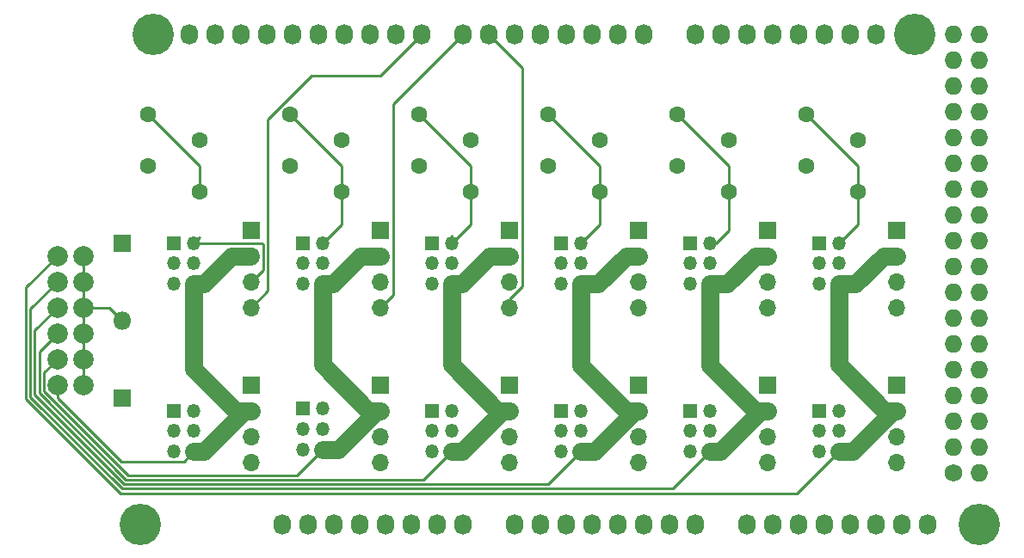
<source format=gbl>
G04 #@! TF.GenerationSoftware,KiCad,Pcbnew,5.99.0+really5.1.10+dfsg1-1*
G04 #@! TF.CreationDate,2021-11-08T11:55:23-06:00*
G04 #@! TF.ProjectId,dell-fan,64656c6c-2d66-4616-9e2e-6b696361645f,rev?*
G04 #@! TF.SameCoordinates,Original*
G04 #@! TF.FileFunction,Copper,L2,Bot*
G04 #@! TF.FilePolarity,Positive*
%FSLAX46Y46*%
G04 Gerber Fmt 4.6, Leading zero omitted, Abs format (unit mm)*
G04 Created by KiCad (PCBNEW 5.99.0+really5.1.10+dfsg1-1) date 2021-11-08 11:55:23*
%MOMM*%
%LPD*%
G01*
G04 APERTURE LIST*
G04 #@! TA.AperFunction,ComponentPad*
%ADD10C,2.000000*%
G04 #@! TD*
G04 #@! TA.AperFunction,ComponentPad*
%ADD11C,1.600000*%
G04 #@! TD*
G04 #@! TA.AperFunction,ComponentPad*
%ADD12R,1.700000X1.700000*%
G04 #@! TD*
G04 #@! TA.AperFunction,ComponentPad*
%ADD13O,1.700000X1.700000*%
G04 #@! TD*
G04 #@! TA.AperFunction,ComponentPad*
%ADD14O,1.350000X1.350000*%
G04 #@! TD*
G04 #@! TA.AperFunction,ComponentPad*
%ADD15R,1.350000X1.350000*%
G04 #@! TD*
G04 #@! TA.AperFunction,ComponentPad*
%ADD16R,1.800000X1.800000*%
G04 #@! TD*
G04 #@! TA.AperFunction,ComponentPad*
%ADD17O,1.800000X1.800000*%
G04 #@! TD*
G04 #@! TA.AperFunction,ComponentPad*
%ADD18C,1.727200*%
G04 #@! TD*
G04 #@! TA.AperFunction,ComponentPad*
%ADD19O,1.727200X1.727200*%
G04 #@! TD*
G04 #@! TA.AperFunction,ComponentPad*
%ADD20O,1.727200X2.032000*%
G04 #@! TD*
G04 #@! TA.AperFunction,ComponentPad*
%ADD21C,4.064000*%
G04 #@! TD*
G04 #@! TA.AperFunction,Conductor*
%ADD22C,1.780000*%
G04 #@! TD*
G04 #@! TA.AperFunction,Conductor*
%ADD23C,0.250000*%
G04 #@! TD*
G04 APERTURE END LIST*
D10*
X111760000Y-92710000D03*
X111760000Y-95250000D03*
X111760000Y-97790000D03*
X111760000Y-100330000D03*
X111760000Y-102870000D03*
X111760000Y-105410000D03*
X109220000Y-105410000D03*
X109220000Y-102870000D03*
X109220000Y-100330000D03*
X109220000Y-97790000D03*
X109220000Y-95250000D03*
X109220000Y-92710000D03*
D11*
X175260000Y-81280000D03*
X175260000Y-86360000D03*
D12*
X115570000Y-91440000D03*
D13*
X191770000Y-97790000D03*
X191770000Y-95250000D03*
X191770000Y-92710000D03*
D12*
X191770000Y-90170000D03*
D13*
X179070000Y-97790000D03*
X179070000Y-95250000D03*
X179070000Y-92710000D03*
D12*
X179070000Y-90170000D03*
D13*
X166370000Y-97790000D03*
X166370000Y-95250000D03*
X166370000Y-92710000D03*
D12*
X166370000Y-90170000D03*
D13*
X153670000Y-97790000D03*
X153670000Y-95250000D03*
X153670000Y-92710000D03*
D12*
X153670000Y-90170000D03*
D13*
X140970000Y-97790000D03*
X140970000Y-95250000D03*
X140970000Y-92710000D03*
D12*
X140970000Y-90170000D03*
D13*
X128270000Y-97790000D03*
X128270000Y-95250000D03*
X128270000Y-92710000D03*
D12*
X128270000Y-90170000D03*
D14*
X186150000Y-111950000D03*
X184150000Y-111950000D03*
X186150000Y-109950000D03*
X184150000Y-109950000D03*
X186150000Y-107950000D03*
D15*
X184150000Y-107950000D03*
D14*
X173450000Y-111950000D03*
X171450000Y-111950000D03*
X173450000Y-109950000D03*
X171450000Y-109950000D03*
X173450000Y-107950000D03*
D15*
X171450000Y-107950000D03*
D14*
X160750000Y-111950000D03*
X158750000Y-111950000D03*
X160750000Y-109950000D03*
X158750000Y-109950000D03*
X160750000Y-107950000D03*
D15*
X158750000Y-107950000D03*
D14*
X148050000Y-111950000D03*
X146050000Y-111950000D03*
X148050000Y-109950000D03*
X146050000Y-109950000D03*
X148050000Y-107950000D03*
D15*
X146050000Y-107950000D03*
D13*
X191770000Y-113030000D03*
X191770000Y-110490000D03*
X191770000Y-107950000D03*
D12*
X191770000Y-105410000D03*
D13*
X179070000Y-113030000D03*
X179070000Y-110490000D03*
X179070000Y-107950000D03*
D12*
X179070000Y-105410000D03*
D13*
X166370000Y-113030000D03*
X166370000Y-110490000D03*
X166370000Y-107950000D03*
D12*
X166370000Y-105410000D03*
D13*
X153670000Y-113030000D03*
X153670000Y-110490000D03*
X153670000Y-107950000D03*
D12*
X153670000Y-105410000D03*
D13*
X140970000Y-113030000D03*
X140970000Y-110490000D03*
X140970000Y-107950000D03*
D12*
X140970000Y-105410000D03*
D11*
X182880000Y-83820000D03*
X182880000Y-78740000D03*
X187960000Y-81280000D03*
X187960000Y-86360000D03*
X170180000Y-83820000D03*
X170180000Y-78740000D03*
X162560000Y-81280000D03*
X162560000Y-86360000D03*
X157480000Y-83820000D03*
X157480000Y-78740000D03*
X149860000Y-81280000D03*
X149860000Y-86360000D03*
X144780000Y-83820000D03*
X144780000Y-78740000D03*
X137160000Y-81280000D03*
X137160000Y-86360000D03*
X132080000Y-83820000D03*
X132080000Y-78740000D03*
D14*
X135350000Y-111760000D03*
X133350000Y-111760000D03*
X135350000Y-109760000D03*
X133350000Y-109760000D03*
X135350000Y-107760000D03*
D15*
X133350000Y-107760000D03*
D13*
X128270000Y-113030000D03*
X128270000Y-110490000D03*
X128270000Y-107950000D03*
D12*
X128270000Y-105410000D03*
D14*
X186150000Y-95440000D03*
X184150000Y-95440000D03*
X186150000Y-93440000D03*
X184150000Y-93440000D03*
X186150000Y-91440000D03*
D15*
X184150000Y-91440000D03*
D14*
X173450000Y-95440000D03*
X171450000Y-95440000D03*
X173450000Y-93440000D03*
X171450000Y-93440000D03*
X173450000Y-91440000D03*
D15*
X171450000Y-91440000D03*
D14*
X160750000Y-95440000D03*
X158750000Y-95440000D03*
X160750000Y-93440000D03*
X158750000Y-93440000D03*
X160750000Y-91440000D03*
D15*
X158750000Y-91440000D03*
D14*
X148050000Y-95440000D03*
X146050000Y-95440000D03*
X148050000Y-93440000D03*
X146050000Y-93440000D03*
X148050000Y-91440000D03*
D15*
X146050000Y-91440000D03*
D14*
X135350000Y-95440000D03*
X133350000Y-95440000D03*
X135350000Y-93440000D03*
X133350000Y-93440000D03*
X135350000Y-91440000D03*
D15*
X133350000Y-91440000D03*
D16*
X115570000Y-106680000D03*
D17*
X115570000Y-99060000D03*
D11*
X123190000Y-81280000D03*
X123190000Y-86360000D03*
D14*
X122650000Y-111950000D03*
X120650000Y-111950000D03*
X122650000Y-109950000D03*
X120650000Y-109950000D03*
X122650000Y-107950000D03*
D15*
X120650000Y-107950000D03*
D14*
X122650000Y-95440000D03*
X120650000Y-95440000D03*
X122650000Y-93440000D03*
X120650000Y-93440000D03*
X122650000Y-91440000D03*
D15*
X120650000Y-91440000D03*
D11*
X118110000Y-83820000D03*
X118110000Y-78740000D03*
D18*
X197358000Y-114046000D03*
D19*
X199898000Y-114046000D03*
X197358000Y-111506000D03*
X199898000Y-111506000D03*
X197358000Y-108966000D03*
X199898000Y-108966000D03*
X197358000Y-106426000D03*
X199898000Y-106426000D03*
X197358000Y-103886000D03*
X199898000Y-103886000D03*
X197358000Y-101346000D03*
X199898000Y-101346000D03*
X197358000Y-98806000D03*
X199898000Y-98806000D03*
X197358000Y-96266000D03*
X199898000Y-96266000D03*
X197358000Y-93726000D03*
X199898000Y-93726000D03*
X197358000Y-91186000D03*
X199898000Y-91186000D03*
X197358000Y-88646000D03*
X199898000Y-88646000D03*
X197358000Y-86106000D03*
X199898000Y-86106000D03*
X197358000Y-83566000D03*
X199898000Y-83566000D03*
X197358000Y-81026000D03*
X199898000Y-81026000D03*
X197358000Y-78486000D03*
X199898000Y-78486000D03*
X197358000Y-75946000D03*
X199898000Y-75946000D03*
X197358000Y-73406000D03*
X199898000Y-73406000D03*
X197358000Y-70866000D03*
X199898000Y-70866000D03*
D20*
X131318000Y-119126000D03*
X133858000Y-119126000D03*
X136398000Y-119126000D03*
X138938000Y-119126000D03*
X141478000Y-119126000D03*
X144018000Y-119126000D03*
X146558000Y-119126000D03*
X149098000Y-119126000D03*
X154178000Y-119126000D03*
X156718000Y-119126000D03*
X159258000Y-119126000D03*
X161798000Y-119126000D03*
X164338000Y-119126000D03*
X166878000Y-119126000D03*
X169418000Y-119126000D03*
X171958000Y-119126000D03*
X177038000Y-119126000D03*
X179578000Y-119126000D03*
X182118000Y-119126000D03*
X184658000Y-119126000D03*
X187198000Y-119126000D03*
X189738000Y-119126000D03*
X192278000Y-119126000D03*
X194818000Y-119126000D03*
X122174000Y-70866000D03*
X124714000Y-70866000D03*
X127254000Y-70866000D03*
X129794000Y-70866000D03*
X132334000Y-70866000D03*
X134874000Y-70866000D03*
X137414000Y-70866000D03*
X139954000Y-70866000D03*
X142494000Y-70866000D03*
X145034000Y-70866000D03*
X149098000Y-70866000D03*
X151638000Y-70866000D03*
X154178000Y-70866000D03*
X156718000Y-70866000D03*
X159258000Y-70866000D03*
X161798000Y-70866000D03*
X164338000Y-70866000D03*
X166878000Y-70866000D03*
X171958000Y-70866000D03*
X174498000Y-70866000D03*
X177038000Y-70866000D03*
X179578000Y-70866000D03*
X182118000Y-70866000D03*
X184658000Y-70866000D03*
X187198000Y-70866000D03*
X189738000Y-70866000D03*
D21*
X117348000Y-119126000D03*
X199898000Y-119126000D03*
X118618000Y-70866000D03*
X193548000Y-70866000D03*
D22*
X127604594Y-107950000D02*
X128270000Y-107950000D01*
X123604594Y-111950000D02*
X127604594Y-107950000D01*
X122650000Y-111950000D02*
X123604594Y-111950000D01*
X126334594Y-92710000D02*
X128229991Y-92710000D01*
X123604594Y-95440000D02*
X126334594Y-92710000D01*
X122650000Y-95440000D02*
X123604594Y-95440000D01*
X126738800Y-107950000D02*
X128270000Y-107950000D01*
X122650000Y-103861200D02*
X126738800Y-107950000D01*
X122650000Y-95440000D02*
X122650000Y-103861200D01*
D23*
X121649999Y-112950001D02*
X122650000Y-111950000D01*
X115490001Y-112950001D02*
X121649999Y-112950001D01*
X109220000Y-106680000D02*
X115490001Y-112950001D01*
X109220000Y-105410000D02*
X109220000Y-106680000D01*
X140970000Y-74930000D02*
X145034000Y-70866000D01*
X134224998Y-74930000D02*
X140970000Y-74930000D01*
X129895010Y-79259988D02*
X134224998Y-74930000D01*
X129895010Y-96164990D02*
X129895010Y-79259988D01*
X128270000Y-97790000D02*
X129895010Y-96164990D01*
X111760000Y-105410000D02*
X111760000Y-92710000D01*
X114300000Y-97790000D02*
X115570000Y-99060000D01*
X111760000Y-97790000D02*
X114300000Y-97790000D01*
D22*
X140638798Y-107950000D02*
X140970000Y-107950000D01*
X136828798Y-111760000D02*
X140638798Y-107950000D01*
X135350000Y-111760000D02*
X136828798Y-111760000D01*
X139034594Y-92710000D02*
X140970000Y-92710000D01*
X136304594Y-95440000D02*
X139034594Y-92710000D01*
X135350000Y-95440000D02*
X136304594Y-95440000D01*
X139847998Y-107950000D02*
X140970000Y-107950000D01*
X135350000Y-103452002D02*
X139847998Y-107950000D01*
X135350000Y-95440000D02*
X135350000Y-103452002D01*
D23*
X132810000Y-114300000D02*
X135350000Y-111760000D01*
X107894999Y-106046001D02*
X116148998Y-114300000D01*
X116148998Y-114300000D02*
X132810000Y-114300000D01*
X107894999Y-104195001D02*
X107894999Y-106046001D01*
X109220000Y-102870000D02*
X107894999Y-104195001D01*
X142240000Y-96520000D02*
X140970000Y-97790000D01*
X142240000Y-77724000D02*
X142240000Y-96520000D01*
X149098000Y-70866000D02*
X142240000Y-77724000D01*
D22*
X153004594Y-107950000D02*
X153670000Y-107950000D01*
X149004594Y-111950000D02*
X153004594Y-107950000D01*
X148050000Y-111950000D02*
X149004594Y-111950000D01*
X151734594Y-92710000D02*
X153670000Y-92710000D01*
X149004594Y-95440000D02*
X151734594Y-92710000D01*
X148050000Y-95440000D02*
X149004594Y-95440000D01*
X152547998Y-107950000D02*
X153670000Y-107950000D01*
X148050000Y-103452002D02*
X152547998Y-107950000D01*
X148050000Y-95440000D02*
X148050000Y-103452002D01*
D23*
X115962598Y-114750011D02*
X145249989Y-114750011D01*
X147375001Y-112624999D02*
X148050000Y-111950000D01*
X145249989Y-114750011D02*
X147375001Y-112624999D01*
X107444988Y-106232401D02*
X115962598Y-114750011D01*
X109220000Y-100330000D02*
X107444988Y-102105012D01*
X107444988Y-102105012D02*
X107444988Y-106232401D01*
X153670000Y-96989002D02*
X153670000Y-97790000D01*
X154940000Y-95719002D02*
X153670000Y-96989002D01*
X154940000Y-74168000D02*
X154940000Y-95719002D01*
X151638000Y-70866000D02*
X154940000Y-74168000D01*
D22*
X166038798Y-107950000D02*
X166370000Y-107950000D01*
X162038798Y-111950000D02*
X166038798Y-107950000D01*
X160750000Y-111950000D02*
X162038798Y-111950000D01*
X162437919Y-95440000D02*
X160750000Y-95440000D01*
X165167919Y-92710000D02*
X162437919Y-95440000D01*
X166370000Y-92710000D02*
X165167919Y-92710000D01*
X160750000Y-103532081D02*
X160750000Y-95440000D01*
X165167919Y-107950000D02*
X160750000Y-103532081D01*
X166370000Y-107950000D02*
X165167919Y-107950000D01*
D23*
X109220000Y-97790000D02*
X106994977Y-100015023D01*
X115776198Y-115200022D02*
X157499978Y-115200022D01*
X106994977Y-106418801D02*
X115776198Y-115200022D01*
X106994977Y-100015023D02*
X106994977Y-106418801D01*
X160075001Y-112624999D02*
X160750000Y-111950000D01*
X157499978Y-115200022D02*
X160075001Y-112624999D01*
D22*
X178404594Y-107950000D02*
X179070000Y-107950000D01*
X174404594Y-111950000D02*
X178404594Y-107950000D01*
X173450000Y-111950000D02*
X174404594Y-111950000D01*
X175137919Y-95440000D02*
X173450000Y-95440000D01*
X177867919Y-92710000D02*
X175137919Y-95440000D01*
X179070000Y-92710000D02*
X177867919Y-92710000D01*
X177867919Y-107950000D02*
X173450000Y-103532081D01*
X173450000Y-103532081D02*
X173450000Y-95440000D01*
X179070000Y-107950000D02*
X177867919Y-107950000D01*
D23*
X106544966Y-106605201D02*
X115589798Y-115650033D01*
X169749967Y-115650033D02*
X172775001Y-112624999D01*
X172775001Y-112624999D02*
X173450000Y-111950000D01*
X109220000Y-95250000D02*
X106544966Y-97925034D01*
X106544966Y-97925034D02*
X106544966Y-106605201D01*
X115589798Y-115650033D02*
X169749967Y-115650033D01*
D22*
X191438798Y-107950000D02*
X191770000Y-107950000D01*
X187438798Y-111950000D02*
X191438798Y-107950000D01*
X186150000Y-111950000D02*
X187438798Y-111950000D01*
X190647998Y-107950000D02*
X191770000Y-107950000D01*
X186150000Y-103452002D02*
X190647998Y-107950000D01*
X186150000Y-95440000D02*
X186150000Y-103452002D01*
X190500000Y-92710000D02*
X191770000Y-92710000D01*
X187770000Y-95440000D02*
X190500000Y-92710000D01*
X186150000Y-95440000D02*
X187770000Y-95440000D01*
D23*
X109220000Y-92710000D02*
X106094955Y-95835045D01*
X106094955Y-95835045D02*
X106094955Y-106791601D01*
X106094955Y-106791601D02*
X115403398Y-116100044D01*
X115403398Y-116100044D02*
X181999956Y-116100044D01*
X181999956Y-116100044D02*
X185475001Y-112624999D01*
X185475001Y-112624999D02*
X186150000Y-111950000D01*
X129445001Y-94074999D02*
X128270000Y-95250000D01*
X129445001Y-91599999D02*
X129445001Y-94074999D01*
X129285002Y-91440000D02*
X129445001Y-91599999D01*
X122650000Y-91440000D02*
X129285002Y-91440000D01*
X123190000Y-90900000D02*
X122650000Y-91440000D01*
X123190000Y-83820000D02*
X118110000Y-78740000D01*
X123190000Y-86360000D02*
X123190000Y-83820000D01*
X137160000Y-83820000D02*
X132080000Y-78740000D01*
X137160000Y-86360000D02*
X137160000Y-83820000D01*
X137160000Y-89630000D02*
X135350000Y-91440000D01*
X137160000Y-86360000D02*
X137160000Y-89630000D01*
X148050000Y-91440000D02*
X148050000Y-90710000D01*
X144780000Y-78740000D02*
X149860000Y-83820000D01*
X149860000Y-83820000D02*
X149860000Y-86360000D01*
X149860000Y-89630000D02*
X148050000Y-91440000D01*
X149860000Y-86360000D02*
X149860000Y-89630000D01*
X157480000Y-78740000D02*
X162560000Y-83820000D01*
X162560000Y-83820000D02*
X162560000Y-86360000D01*
X162560000Y-89630000D02*
X160750000Y-91440000D01*
X162560000Y-86360000D02*
X162560000Y-89630000D01*
X170180000Y-78740000D02*
X175260000Y-83820000D01*
X175260000Y-83820000D02*
X175260000Y-86360000D01*
X175260000Y-86360000D02*
X175260000Y-90170000D01*
X173990000Y-91440000D02*
X173450000Y-91440000D01*
X175260000Y-90170000D02*
X173990000Y-91440000D01*
X182880000Y-78740000D02*
X187960000Y-83820000D01*
X187960000Y-83820000D02*
X187960000Y-86360000D01*
X187960000Y-89630000D02*
X186150000Y-91440000D01*
X187960000Y-86360000D02*
X187960000Y-89630000D01*
M02*

</source>
